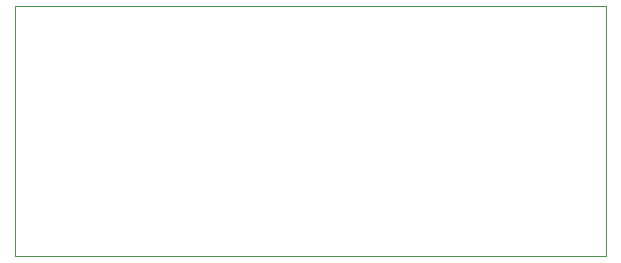
<source format=gbr>
%TF.GenerationSoftware,KiCad,Pcbnew,5.1.8*%
%TF.CreationDate,2020-12-05T00:24:13-05:00*%
%TF.ProjectId,cantankerous,63616e74-616e-46b6-9572-6f75732e6b69,rev?*%
%TF.SameCoordinates,Original*%
%TF.FileFunction,Profile,NP*%
%FSLAX46Y46*%
G04 Gerber Fmt 4.6, Leading zero omitted, Abs format (unit mm)*
G04 Created by KiCad (PCBNEW 5.1.8) date 2020-12-05 00:24:13*
%MOMM*%
%LPD*%
G01*
G04 APERTURE LIST*
%TA.AperFunction,Profile*%
%ADD10C,0.050000*%
%TD*%
G04 APERTURE END LIST*
D10*
X169862500Y-116014500D02*
X167640000Y-116014500D01*
X167640000Y-94805500D02*
X169862500Y-94805500D01*
X169862500Y-94805500D02*
X169862500Y-116014500D01*
X119824500Y-94805500D02*
X119824500Y-100647500D01*
X119824500Y-116014500D02*
X119824500Y-100647500D01*
X167640000Y-116014500D02*
X119824500Y-116014500D01*
X119824500Y-94805500D02*
X167640000Y-94805500D01*
M02*

</source>
